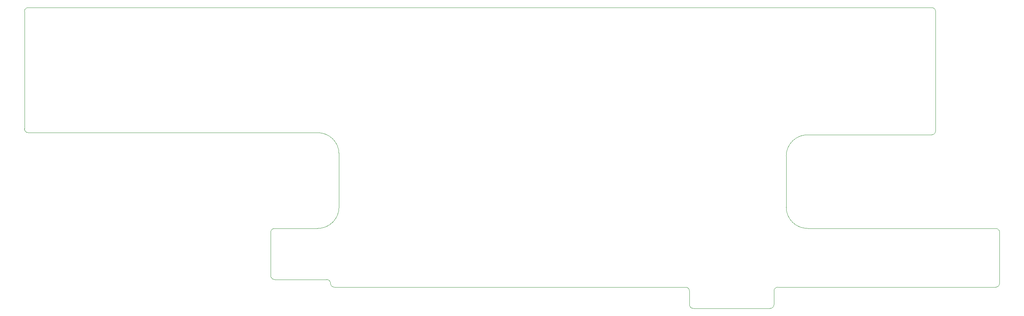
<source format=gbr>
%TF.GenerationSoftware,KiCad,Pcbnew,8.0.0*%
%TF.CreationDate,2024-03-12T18:48:21+01:00*%
%TF.ProjectId,FT24-AMS_Slave-v5,46543234-2d41-44d5-935f-536c6176652d,rev?*%
%TF.SameCoordinates,PX2faf080PY47868c0*%
%TF.FileFunction,Profile,NP*%
%FSLAX46Y46*%
G04 Gerber Fmt 4.6, Leading zero omitted, Abs format (unit mm)*
G04 Created by KiCad (PCBNEW 8.0.0) date 2024-03-12 18:48:21*
%MOMM*%
%LPD*%
G01*
G04 APERTURE LIST*
%TA.AperFunction,Profile*%
%ADD10C,0.020000*%
%TD*%
G04 APERTURE END LIST*
D10*
X68716982Y-29400000D02*
G75*
G02*
X73717000Y-34399999I18J-5000000D01*
G01*
X178501799Y-34900000D02*
X178501799Y-46899999D01*
X58616982Y-51900000D02*
X68716983Y-51900000D01*
X0Y-900000D02*
G75*
G02*
X900000Y0I900000J0D01*
G01*
X227601799Y-65700000D02*
X176538808Y-65700000D01*
X213501799Y-29000000D02*
G75*
G02*
X212601799Y-29899999I-899999J0D01*
G01*
X73716982Y-46899999D02*
X73716982Y-34399999D01*
X213501799Y-900000D02*
X213501799Y-29000000D01*
X900000Y0D02*
X212601799Y0D01*
X57716982Y-52800000D02*
G75*
G02*
X58616982Y-51899982I900018J0D01*
G01*
X70816982Y-63900000D02*
G75*
G02*
X71717000Y-64800000I18J-900000D01*
G01*
X183501799Y-51900000D02*
G75*
G02*
X178501800Y-46899999I1J5000000D01*
G01*
X73716982Y-46899999D02*
G75*
G02*
X68716983Y-51899982I-4999982J-1D01*
G01*
X227601799Y-51900000D02*
G75*
G02*
X228501800Y-52800000I1J-900000D01*
G01*
X156738808Y-70700000D02*
G75*
G02*
X155838800Y-69800000I-8J900000D01*
G01*
X72616982Y-65700000D02*
G75*
G02*
X71717000Y-64800000I18J900000D01*
G01*
X212601799Y-29900000D02*
X183501798Y-29900000D01*
X174738808Y-70700000D02*
X156738808Y-70700000D01*
X155838808Y-69800000D02*
X155838808Y-66600000D01*
X154938808Y-65700000D02*
X72616982Y-65700000D01*
X183501799Y-51900000D02*
X227601799Y-51900000D01*
X154938808Y-65700000D02*
G75*
G02*
X155838800Y-66600000I-8J-900000D01*
G01*
X900000Y-29400000D02*
G75*
G02*
X0Y-28500000I0J900000D01*
G01*
X175638808Y-66600000D02*
X175638808Y-69800000D01*
X0Y-28500000D02*
X0Y-900000D01*
X178501799Y-34900000D02*
G75*
G02*
X183501798Y-29899999I5000001J0D01*
G01*
X212601799Y0D02*
G75*
G02*
X213501800Y-900000I1J-900000D01*
G01*
X228501799Y-52800000D02*
X228501799Y-64800000D01*
X68716982Y-29400000D02*
X900000Y-29400000D01*
X57716982Y-63000000D02*
X57716982Y-52800000D01*
X228501799Y-64800000D02*
G75*
G02*
X227601799Y-65699999I-899999J0D01*
G01*
X58616982Y-63900000D02*
G75*
G02*
X57717000Y-63000000I18J900000D01*
G01*
X175638808Y-69800000D02*
G75*
G02*
X174738808Y-70700008I-900008J0D01*
G01*
X70816982Y-63900000D02*
X58616982Y-63900000D01*
X175638808Y-66600000D02*
G75*
G02*
X176538808Y-65700008I899992J0D01*
G01*
M02*

</source>
